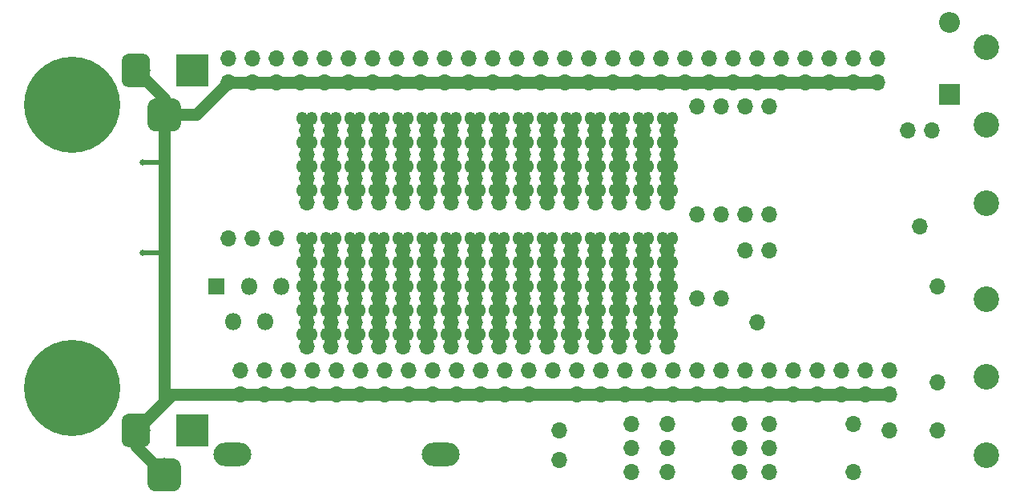
<source format=gbl>
G04 #@! TF.GenerationSoftware,KiCad,Pcbnew,5.0.2+dfsg1-1~bpo9+1*
G04 #@! TF.CreationDate,2020-03-15T22:17:02-04:00*
G04 #@! TF.ProjectId,EDIT_C,45444954-5f43-42e6-9b69-6361645f7063,0.10.a*
G04 #@! TF.SameCoordinates,Original*
G04 #@! TF.FileFunction,Copper,L2,Bot*
G04 #@! TF.FilePolarity,Positive*
%FSLAX46Y46*%
G04 Gerber Fmt 4.6, Leading zero omitted, Abs format (unit mm)*
G04 Created by KiCad (PCBNEW 5.0.2+dfsg1-1~bpo9+1) date Sun 15 Mar 2020 10:17:02 PM EDT*
%MOMM*%
%LPD*%
G01*
G04 APERTURE LIST*
G04 #@! TA.AperFunction,ComponentPad*
%ADD10O,1.700000X1.700000*%
G04 #@! TD*
G04 #@! TA.AperFunction,ComponentPad*
%ADD11C,2.700000*%
G04 #@! TD*
G04 #@! TA.AperFunction,ComponentPad*
%ADD12O,1.200000X1.400000*%
G04 #@! TD*
G04 #@! TA.AperFunction,ComponentPad*
%ADD13R,3.500000X3.500000*%
G04 #@! TD*
G04 #@! TA.AperFunction,Conductor*
%ADD14C,0.150000*%
G04 #@! TD*
G04 #@! TA.AperFunction,ComponentPad*
%ADD15C,3.000000*%
G04 #@! TD*
G04 #@! TA.AperFunction,ComponentPad*
%ADD16C,3.500000*%
G04 #@! TD*
G04 #@! TA.AperFunction,ComponentPad*
%ADD17O,4.000500X2.499360*%
G04 #@! TD*
G04 #@! TA.AperFunction,ComponentPad*
%ADD18O,1.800000X1.800000*%
G04 #@! TD*
G04 #@! TA.AperFunction,ComponentPad*
%ADD19R,1.800000X1.800000*%
G04 #@! TD*
G04 #@! TA.AperFunction,ComponentPad*
%ADD20C,10.160000*%
G04 #@! TD*
G04 #@! TA.AperFunction,ComponentPad*
%ADD21O,2.200000X2.200000*%
G04 #@! TD*
G04 #@! TA.AperFunction,ComponentPad*
%ADD22R,2.200000X2.200000*%
G04 #@! TD*
G04 #@! TA.AperFunction,ViaPad*
%ADD23C,0.635000*%
G04 #@! TD*
G04 #@! TA.AperFunction,Conductor*
%ADD24C,0.406400*%
G04 #@! TD*
G04 #@! TA.AperFunction,Conductor*
%ADD25C,1.270000*%
G04 #@! TD*
G04 #@! TA.AperFunction,Conductor*
%ADD26C,0.508000*%
G04 #@! TD*
G04 APERTURE END LIST*
D10*
G04 #@! TO.P,REF\002A\002A,1*
G04 #@! TO.N,N/C*
X109220000Y-91440000D03*
G04 #@! TD*
G04 #@! TO.P,REF\002A\002A,1*
G04 #@! TO.N,N/C*
X109220000Y-101600000D03*
G04 #@! TD*
G04 #@! TO.P,REF\002A\002A,1*
G04 #@! TO.N,N/C*
X107315000Y-85090000D03*
G04 #@! TD*
G04 #@! TO.P,REF\002A\002A,1*
G04 #@! TO.N,N/C*
X108585000Y-74930000D03*
G04 #@! TD*
G04 #@! TO.P,REF\002A\002A,1*
G04 #@! TO.N,N/C*
X106045000Y-74930000D03*
G04 #@! TD*
G04 #@! TO.P,REF\002A\002A,1*
G04 #@! TO.N,N/C*
X83820000Y-72390000D03*
G04 #@! TD*
G04 #@! TO.P,REF\002A\002A,1*
G04 #@! TO.N,N/C*
X39370000Y-86360000D03*
G04 #@! TD*
G04 #@! TO.P,REF\002A\002A,1*
G04 #@! TO.N,N/C*
X36830000Y-86360000D03*
G04 #@! TD*
G04 #@! TO.P,REF\002A\002A,1*
G04 #@! TO.N,N/C*
X34290000Y-86360000D03*
G04 #@! TD*
G04 #@! TO.P,REF\002A\002A,1*
G04 #@! TO.N,N/C*
X109220000Y-106680000D03*
G04 #@! TD*
G04 #@! TO.P,REF\002A\002A,1*
G04 #@! TO.N,N/C*
X104140000Y-106680000D03*
G04 #@! TD*
G04 #@! TO.P,REF\002A\002A,1*
G04 #@! TO.N,N/C*
X86360000Y-92710000D03*
G04 #@! TD*
G04 #@! TO.P,REF\002A\002A,1*
G04 #@! TO.N,N/C*
X83820000Y-92710000D03*
G04 #@! TD*
G04 #@! TO.P,REF\002A\002A,1*
G04 #@! TO.N,N/C*
X90170000Y-95250000D03*
G04 #@! TD*
G04 #@! TO.P,REF\002A\002A,1*
G04 #@! TO.N,N/C*
X91440000Y-87630000D03*
G04 #@! TD*
G04 #@! TO.P,REF\002A\002A,1*
G04 #@! TO.N,N/C*
X88900000Y-87630000D03*
G04 #@! TD*
D11*
G04 #@! TO.P,J47,3*
G04 #@! TO.N,N/C*
X114380000Y-109290000D03*
G04 #@! TO.P,J47,2*
X114380000Y-101040000D03*
G04 #@! TO.P,J47,1*
X114380000Y-92790000D03*
G04 #@! TD*
D10*
G04 #@! TO.P,REF\002A\002A,1*
G04 #@! TO.N,N/C*
X88900000Y-72390000D03*
G04 #@! TD*
G04 #@! TO.P,REF\002A\002A,1*
G04 #@! TO.N,N/C*
X91440000Y-72390000D03*
G04 #@! TD*
G04 #@! TO.P,REF\002A\002A,1*
G04 #@! TO.N,N/C*
X86360000Y-72390000D03*
G04 #@! TD*
G04 #@! TO.P,REF\002A\002A,1*
G04 #@! TO.N,N/C*
X88900000Y-83820000D03*
G04 #@! TD*
G04 #@! TO.P,REF\002A\002A,1*
G04 #@! TO.N,N/C*
X91440000Y-83820000D03*
G04 #@! TD*
G04 #@! TO.P,REF\002A\002A,1*
G04 #@! TO.N,N/C*
X86360000Y-83820000D03*
G04 #@! TD*
G04 #@! TO.P,REF\002A\002A,1*
G04 #@! TO.N,N/C*
X83820000Y-83820000D03*
G04 #@! TD*
G04 #@! TO.P,REF\002A\002A,1*
G04 #@! TO.N,N/C*
X91440000Y-108585000D03*
G04 #@! TD*
G04 #@! TO.P,REF\002A\002A,1*
G04 #@! TO.N,N/C*
X91440000Y-106045000D03*
G04 #@! TD*
G04 #@! TO.P,REF\002A\002A,1*
G04 #@! TO.N,N/C*
X91440000Y-111125000D03*
G04 #@! TD*
G04 #@! TO.P,REF\002A\002A,1*
G04 #@! TO.N,N/C*
X100330000Y-111125000D03*
G04 #@! TD*
G04 #@! TO.P,REF\002A\002A,1*
G04 #@! TO.N,N/C*
X100330000Y-106045000D03*
G04 #@! TD*
G04 #@! TO.P,REF\002A\002A,1*
G04 #@! TO.N,N/C*
X80645000Y-108585000D03*
G04 #@! TD*
G04 #@! TO.P,REF\002A\002A,1*
G04 #@! TO.N,N/C*
X80645000Y-106045000D03*
G04 #@! TD*
G04 #@! TO.P,REF\002A\002A,1*
G04 #@! TO.N,N/C*
X80645000Y-111125000D03*
G04 #@! TD*
G04 #@! TO.P,REF\002A\002A,1*
G04 #@! TO.N,N/C*
X88265000Y-108585000D03*
G04 #@! TD*
G04 #@! TO.P,REF\002A\002A,1*
G04 #@! TO.N,N/C*
X88265000Y-111125000D03*
G04 #@! TD*
G04 #@! TO.P,REF\002A\002A,1*
G04 #@! TO.N,N/C*
X88265000Y-106045000D03*
G04 #@! TD*
G04 #@! TO.P,REF\002A\002A,1*
G04 #@! TO.N,N/C*
X76835000Y-106045000D03*
G04 #@! TD*
G04 #@! TO.P,REF\002A\002A,1*
G04 #@! TO.N,N/C*
X76835000Y-108585000D03*
G04 #@! TD*
G04 #@! TO.P,REF\002A\002A,1*
G04 #@! TO.N,N/C*
X76835000Y-111125000D03*
G04 #@! TD*
G04 #@! TO.P,REF\002A\002A,1*
G04 #@! TO.N,N/C*
X69215000Y-109855000D03*
G04 #@! TD*
G04 #@! TO.P,REF\002A\002A,1*
G04 #@! TO.N,N/C*
X69215000Y-106680000D03*
G04 #@! TD*
G04 #@! TO.P,REF\002A\002A,1*
G04 #@! TO.N,N/C*
X90170000Y-67310000D03*
G04 #@! TD*
G04 #@! TO.P,REF\002A\002A,1*
G04 #@! TO.N,N/C*
X87630000Y-69850000D03*
G04 #@! TD*
G04 #@! TO.P,REF\002A\002A,1*
G04 #@! TO.N,N/C*
X82550000Y-69850000D03*
G04 #@! TD*
G04 #@! TO.P,REF\002A\002A,1*
G04 #@! TO.N,N/C*
X97790000Y-69850000D03*
G04 #@! TD*
G04 #@! TO.P,REF\002A\002A,1*
G04 #@! TO.N,N/C*
X69850000Y-67310000D03*
G04 #@! TD*
G04 #@! TO.P,REF\002A\002A,1*
G04 #@! TO.N,N/C*
X85090000Y-67310000D03*
G04 #@! TD*
G04 #@! TO.P,REF\002A\002A,1*
G04 #@! TO.N,N/C*
X87630000Y-67310000D03*
G04 #@! TD*
G04 #@! TO.P,REF\002A\002A,1*
G04 #@! TO.N,N/C*
X92710000Y-67310000D03*
G04 #@! TD*
G04 #@! TO.P,REF\002A\002A,1*
G04 #@! TO.N,N/C*
X82550000Y-67310000D03*
G04 #@! TD*
G04 #@! TO.P,REF\002A\002A,1*
G04 #@! TO.N,N/C*
X72390000Y-69850000D03*
G04 #@! TD*
G04 #@! TO.P,REF\002A\002A,1*
G04 #@! TO.N,N/C*
X90170000Y-69850000D03*
G04 #@! TD*
G04 #@! TO.P,REF\002A\002A,1*
G04 #@! TO.N,N/C*
X95250000Y-69850000D03*
G04 #@! TD*
G04 #@! TO.P,REF\002A\002A,1*
G04 #@! TO.N,N/C*
X102870000Y-69850000D03*
G04 #@! TD*
G04 #@! TO.P,REF\002A\002A,1*
G04 #@! TO.N,N/C*
X69850000Y-69850000D03*
G04 #@! TD*
G04 #@! TO.P,REF\002A\002A,1*
G04 #@! TO.N,N/C*
X95250000Y-67310000D03*
G04 #@! TD*
G04 #@! TO.P,REF\002A\002A,1*
G04 #@! TO.N,N/C*
X74930000Y-67310000D03*
G04 #@! TD*
G04 #@! TO.P,REF\002A\002A,1*
G04 #@! TO.N,N/C*
X92710000Y-69850000D03*
G04 #@! TD*
G04 #@! TO.P,REF\002A\002A,1*
G04 #@! TO.N,N/C*
X77470000Y-69850000D03*
G04 #@! TD*
G04 #@! TO.P,REF\002A\002A,1*
G04 #@! TO.N,N/C*
X102870000Y-67310000D03*
G04 #@! TD*
G04 #@! TO.P,REF\002A\002A,1*
G04 #@! TO.N,N/C*
X77470000Y-67310000D03*
G04 #@! TD*
G04 #@! TO.P,REF\002A\002A,1*
G04 #@! TO.N,N/C*
X80010000Y-67310000D03*
G04 #@! TD*
G04 #@! TO.P,REF\002A\002A,1*
G04 #@! TO.N,N/C*
X100330000Y-67310000D03*
G04 #@! TD*
G04 #@! TO.P,REF\002A\002A,1*
G04 #@! TO.N,N/C*
X72390000Y-67310000D03*
G04 #@! TD*
G04 #@! TO.P,REF\002A\002A,1*
G04 #@! TO.N,N/C*
X74930000Y-69850000D03*
G04 #@! TD*
G04 #@! TO.P,REF\002A\002A,1*
G04 #@! TO.N,N/C*
X80010000Y-69850000D03*
G04 #@! TD*
G04 #@! TO.P,REF\002A\002A,1*
G04 #@! TO.N,N/C*
X100330000Y-69850000D03*
G04 #@! TD*
G04 #@! TO.P,REF\002A\002A,1*
G04 #@! TO.N,N/C*
X97790000Y-67310000D03*
G04 #@! TD*
G04 #@! TO.P,REF\002A\002A,1*
G04 #@! TO.N,N/C*
X85090000Y-69850000D03*
G04 #@! TD*
G04 #@! TO.P,REF\002A\002A,1*
G04 #@! TO.N,N/C*
X104140000Y-102870000D03*
G04 #@! TD*
G04 #@! TO.P,REF\002A\002A,1*
G04 #@! TO.N,N/C*
X81280000Y-102870000D03*
G04 #@! TD*
G04 #@! TO.P,REF\002A\002A,1*
G04 #@! TO.N,N/C*
X76200000Y-102870000D03*
G04 #@! TD*
G04 #@! TO.P,REF\002A\002A,1*
G04 #@! TO.N,N/C*
X96520000Y-102870000D03*
G04 #@! TD*
G04 #@! TO.P,REF\002A\002A,1*
G04 #@! TO.N,N/C*
X71120000Y-102870000D03*
G04 #@! TD*
G04 #@! TO.P,REF\002A\002A,1*
G04 #@! TO.N,N/C*
X91440000Y-102870000D03*
G04 #@! TD*
G04 #@! TO.P,REF\002A\002A,1*
G04 #@! TO.N,N/C*
X99060000Y-102870000D03*
G04 #@! TD*
G04 #@! TO.P,REF\002A\002A,1*
G04 #@! TO.N,N/C*
X78740000Y-102870000D03*
G04 #@! TD*
G04 #@! TO.P,REF\002A\002A,1*
G04 #@! TO.N,N/C*
X93980000Y-102870000D03*
G04 #@! TD*
G04 #@! TO.P,REF\002A\002A,1*
G04 #@! TO.N,N/C*
X101600000Y-102870000D03*
G04 #@! TD*
G04 #@! TO.P,REF\002A\002A,1*
G04 #@! TO.N,N/C*
X73660000Y-102870000D03*
G04 #@! TD*
G04 #@! TO.P,REF\002A\002A,1*
G04 #@! TO.N,N/C*
X86360000Y-102870000D03*
G04 #@! TD*
G04 #@! TO.P,REF\002A\002A,1*
G04 #@! TO.N,N/C*
X88900000Y-102870000D03*
G04 #@! TD*
G04 #@! TO.P,REF\002A\002A,1*
G04 #@! TO.N,N/C*
X83820000Y-102870000D03*
G04 #@! TD*
G04 #@! TO.P,REF\002A\002A,1*
G04 #@! TO.N,N/C*
X96520000Y-100330000D03*
G04 #@! TD*
G04 #@! TO.P,REF\002A\002A,1*
G04 #@! TO.N,N/C*
X91440000Y-100330000D03*
G04 #@! TD*
G04 #@! TO.P,REF\002A\002A,1*
G04 #@! TO.N,N/C*
X104140000Y-100330000D03*
G04 #@! TD*
G04 #@! TO.P,REF\002A\002A,1*
G04 #@! TO.N,N/C*
X86360000Y-100330000D03*
G04 #@! TD*
G04 #@! TO.P,REF\002A\002A,1*
G04 #@! TO.N,N/C*
X88900000Y-100330000D03*
G04 #@! TD*
G04 #@! TO.P,REF\002A\002A,1*
G04 #@! TO.N,N/C*
X73660000Y-100330000D03*
G04 #@! TD*
G04 #@! TO.P,REF\002A\002A,1*
G04 #@! TO.N,N/C*
X78740000Y-100330000D03*
G04 #@! TD*
G04 #@! TO.P,REF\002A\002A,1*
G04 #@! TO.N,N/C*
X93980000Y-100330000D03*
G04 #@! TD*
G04 #@! TO.P,REF\002A\002A,1*
G04 #@! TO.N,N/C*
X81280000Y-100330000D03*
G04 #@! TD*
G04 #@! TO.P,REF\002A\002A,1*
G04 #@! TO.N,N/C*
X99060000Y-100330000D03*
G04 #@! TD*
G04 #@! TO.P,REF\002A\002A,1*
G04 #@! TO.N,N/C*
X76200000Y-100330000D03*
G04 #@! TD*
G04 #@! TO.P,REF\002A\002A,1*
G04 #@! TO.N,N/C*
X101600000Y-100330000D03*
G04 #@! TD*
G04 #@! TO.P,REF\002A\002A,1*
G04 #@! TO.N,N/C*
X83820000Y-100330000D03*
G04 #@! TD*
G04 #@! TO.P,REF\002A\002A,1*
G04 #@! TO.N,N/C*
X71120000Y-100330000D03*
G04 #@! TD*
G04 #@! TO.P,REF\002A\002A,1*
G04 #@! TO.N,N/C*
X70485000Y-92710000D03*
G04 #@! TD*
G04 #@! TO.P,REF\002A\002A,1*
G04 #@! TO.N,N/C*
X78105000Y-74930000D03*
G04 #@! TD*
G04 #@! TO.P,REF\002A\002A,1*
G04 #@! TO.N,N/C*
X73025000Y-97790000D03*
G04 #@! TD*
G04 #@! TO.P,REF\002A\002A,1*
G04 #@! TO.N,N/C*
X78105000Y-80010000D03*
G04 #@! TD*
G04 #@! TO.P,REF\002A\002A,1*
G04 #@! TO.N,N/C*
X70485000Y-80010000D03*
G04 #@! TD*
G04 #@! TO.P,REF\002A\002A,1*
G04 #@! TO.N,N/C*
X75565000Y-77470000D03*
G04 #@! TD*
G04 #@! TO.P,REF\002A\002A,1*
G04 #@! TO.N,N/C*
X75565000Y-74930000D03*
G04 #@! TD*
G04 #@! TO.P,REF\002A\002A,1*
G04 #@! TO.N,N/C*
X67945000Y-82550000D03*
G04 #@! TD*
G04 #@! TO.P,REF\002A\002A,1*
G04 #@! TO.N,N/C*
X65405000Y-82550000D03*
G04 #@! TD*
G04 #@! TO.P,REF\002A\002A,1*
G04 #@! TO.N,N/C*
X67945000Y-80010000D03*
G04 #@! TD*
G04 #@! TO.P,REF\002A\002A,1*
G04 #@! TO.N,N/C*
X67945000Y-77470000D03*
G04 #@! TD*
G04 #@! TO.P,REF\002A\002A,1*
G04 #@! TO.N,N/C*
X65405000Y-77470000D03*
G04 #@! TD*
D12*
G04 #@! TO.P,P?,8*
G04 #@! TO.N,N/C*
X81180000Y-78740000D03*
G04 #@! TO.P,P?,7*
X80110000Y-78740000D03*
G04 #@! TO.P,P?,6*
X78640000Y-78740000D03*
G04 #@! TO.P,P?,5*
X77570000Y-78740000D03*
G04 #@! TO.P,P?,4*
X76100000Y-78740000D03*
G04 #@! TO.P,P?,3*
X75030000Y-78740000D03*
G04 #@! TO.P,P?,2*
X73560000Y-78740000D03*
G04 #@! TO.P,P?,1*
X72490000Y-78740000D03*
G04 #@! TD*
D10*
G04 #@! TO.P,REF\002A\002A,1*
G04 #@! TO.N,N/C*
X73025000Y-95250000D03*
G04 #@! TD*
G04 #@! TO.P,REF\002A\002A,1*
G04 #@! TO.N,N/C*
X80645000Y-77470000D03*
G04 #@! TD*
G04 #@! TO.P,REF\002A\002A,1*
G04 #@! TO.N,N/C*
X62865000Y-80010000D03*
G04 #@! TD*
G04 #@! TO.P,REF\002A\002A,1*
G04 #@! TO.N,N/C*
X80645000Y-80010000D03*
G04 #@! TD*
D12*
G04 #@! TO.P,P?,8*
G04 #@! TO.N,N/C*
X81180000Y-73660000D03*
G04 #@! TO.P,P?,7*
X80110000Y-73660000D03*
G04 #@! TO.P,P?,6*
X78640000Y-73660000D03*
G04 #@! TO.P,P?,5*
X77570000Y-73660000D03*
G04 #@! TO.P,P?,4*
X76100000Y-73660000D03*
G04 #@! TO.P,P?,3*
X75030000Y-73660000D03*
G04 #@! TO.P,P?,2*
X73560000Y-73660000D03*
G04 #@! TO.P,P?,1*
X72490000Y-73660000D03*
G04 #@! TD*
G04 #@! TO.P,P?,8*
G04 #@! TO.N,N/C*
X81180000Y-81280000D03*
G04 #@! TO.P,P?,7*
X80110000Y-81280000D03*
G04 #@! TO.P,P?,6*
X78640000Y-81280000D03*
G04 #@! TO.P,P?,5*
X77570000Y-81280000D03*
G04 #@! TO.P,P?,4*
X76100000Y-81280000D03*
G04 #@! TO.P,P?,3*
X75030000Y-81280000D03*
G04 #@! TO.P,P?,2*
X73560000Y-81280000D03*
G04 #@! TO.P,P?,1*
X72490000Y-81280000D03*
G04 #@! TD*
D10*
G04 #@! TO.P,REF\002A\002A,1*
G04 #@! TO.N,N/C*
X62865000Y-82550000D03*
G04 #@! TD*
G04 #@! TO.P,REF\002A\002A,1*
G04 #@! TO.N,N/C*
X62865000Y-74930000D03*
G04 #@! TD*
G04 #@! TO.P,REF\002A\002A,1*
G04 #@! TO.N,N/C*
X78105000Y-97790000D03*
G04 #@! TD*
G04 #@! TO.P,REF\002A\002A,1*
G04 #@! TO.N,N/C*
X65405000Y-90170000D03*
G04 #@! TD*
G04 #@! TO.P,REF\002A\002A,1*
G04 #@! TO.N,N/C*
X67945000Y-74930000D03*
G04 #@! TD*
G04 #@! TO.P,REF\002A\002A,1*
G04 #@! TO.N,N/C*
X75565000Y-82550000D03*
G04 #@! TD*
G04 #@! TO.P,REF\002A\002A,1*
G04 #@! TO.N,N/C*
X78105000Y-90170000D03*
G04 #@! TD*
G04 #@! TO.P,REF\002A\002A,1*
G04 #@! TO.N,N/C*
X65405000Y-97790000D03*
G04 #@! TD*
G04 #@! TO.P,REF\002A\002A,1*
G04 #@! TO.N,N/C*
X62865000Y-87630000D03*
G04 #@! TD*
G04 #@! TO.P,REF\002A\002A,1*
G04 #@! TO.N,N/C*
X62865000Y-90170000D03*
G04 #@! TD*
G04 #@! TO.P,REF\002A\002A,1*
G04 #@! TO.N,N/C*
X67945000Y-95250000D03*
G04 #@! TD*
G04 #@! TO.P,REF\002A\002A,1*
G04 #@! TO.N,N/C*
X67945000Y-92710000D03*
G04 #@! TD*
G04 #@! TO.P,REF\002A\002A,1*
G04 #@! TO.N,N/C*
X70485000Y-97790000D03*
G04 #@! TD*
G04 #@! TO.P,REF\002A\002A,1*
G04 #@! TO.N,N/C*
X70485000Y-90170000D03*
G04 #@! TD*
G04 #@! TO.P,REF\002A\002A,1*
G04 #@! TO.N,N/C*
X78105000Y-92710000D03*
G04 #@! TD*
G04 #@! TO.P,REF\002A\002A,1*
G04 #@! TO.N,N/C*
X70485000Y-74930000D03*
G04 #@! TD*
G04 #@! TO.P,REF\002A\002A,1*
G04 #@! TO.N,N/C*
X78105000Y-77470000D03*
G04 #@! TD*
D12*
G04 #@! TO.P,P?,1*
G04 #@! TO.N,N/C*
X62330000Y-73660000D03*
G04 #@! TO.P,P?,2*
X63400000Y-73660000D03*
G04 #@! TO.P,P?,3*
X64870000Y-73660000D03*
G04 #@! TO.P,P?,4*
X65940000Y-73660000D03*
G04 #@! TO.P,P?,5*
X67410000Y-73660000D03*
G04 #@! TO.P,P?,6*
X68480000Y-73660000D03*
G04 #@! TO.P,P?,7*
X69950000Y-73660000D03*
G04 #@! TO.P,P?,8*
X71020000Y-73660000D03*
G04 #@! TD*
G04 #@! TO.P,P?,1*
G04 #@! TO.N,N/C*
X62330000Y-81280000D03*
G04 #@! TO.P,P?,2*
X63400000Y-81280000D03*
G04 #@! TO.P,P?,3*
X64870000Y-81280000D03*
G04 #@! TO.P,P?,4*
X65940000Y-81280000D03*
G04 #@! TO.P,P?,5*
X67410000Y-81280000D03*
G04 #@! TO.P,P?,6*
X68480000Y-81280000D03*
G04 #@! TO.P,P?,7*
X69950000Y-81280000D03*
G04 #@! TO.P,P?,8*
X71020000Y-81280000D03*
G04 #@! TD*
D10*
G04 #@! TO.P,REF\002A\002A,1*
G04 #@! TO.N,N/C*
X75565000Y-92710000D03*
G04 #@! TD*
G04 #@! TO.P,REF\002A\002A,1*
G04 #@! TO.N,N/C*
X75565000Y-90170000D03*
G04 #@! TD*
G04 #@! TO.P,REF\002A\002A,1*
G04 #@! TO.N,N/C*
X70485000Y-77470000D03*
G04 #@! TD*
G04 #@! TO.P,REF\002A\002A,1*
G04 #@! TO.N,N/C*
X73025000Y-82550000D03*
G04 #@! TD*
G04 #@! TO.P,REF\002A\002A,1*
G04 #@! TO.N,N/C*
X70485000Y-95250000D03*
G04 #@! TD*
G04 #@! TO.P,REF\002A\002A,1*
G04 #@! TO.N,N/C*
X80645000Y-82550000D03*
G04 #@! TD*
G04 #@! TO.P,REF\002A\002A,1*
G04 #@! TO.N,N/C*
X80645000Y-74930000D03*
G04 #@! TD*
G04 #@! TO.P,REF\002A\002A,1*
G04 #@! TO.N,N/C*
X62865000Y-95250000D03*
G04 #@! TD*
D12*
G04 #@! TO.P,P?,1*
G04 #@! TO.N,N/C*
X62330000Y-76200000D03*
G04 #@! TO.P,P?,2*
X63400000Y-76200000D03*
G04 #@! TO.P,P?,3*
X64870000Y-76200000D03*
G04 #@! TO.P,P?,4*
X65940000Y-76200000D03*
G04 #@! TO.P,P?,5*
X67410000Y-76200000D03*
G04 #@! TO.P,P?,6*
X68480000Y-76200000D03*
G04 #@! TO.P,P?,7*
X69950000Y-76200000D03*
G04 #@! TO.P,P?,8*
X71020000Y-76200000D03*
G04 #@! TD*
D10*
G04 #@! TO.P,REF\002A\002A,1*
G04 #@! TO.N,N/C*
X62865000Y-92710000D03*
G04 #@! TD*
G04 #@! TO.P,REF\002A\002A,1*
G04 #@! TO.N,N/C*
X73025000Y-80010000D03*
G04 #@! TD*
D12*
G04 #@! TO.P,P?,1*
G04 #@! TO.N,N/C*
X72490000Y-86360000D03*
G04 #@! TO.P,P?,2*
X73560000Y-86360000D03*
G04 #@! TO.P,P?,3*
X75030000Y-86360000D03*
G04 #@! TO.P,P?,4*
X76100000Y-86360000D03*
G04 #@! TO.P,P?,5*
X77570000Y-86360000D03*
G04 #@! TO.P,P?,6*
X78640000Y-86360000D03*
G04 #@! TO.P,P?,7*
X80110000Y-86360000D03*
G04 #@! TO.P,P?,8*
X81180000Y-86360000D03*
G04 #@! TD*
D10*
G04 #@! TO.P,REF\002A\002A,1*
G04 #@! TO.N,N/C*
X75565000Y-95250000D03*
G04 #@! TD*
G04 #@! TO.P,REF\002A\002A,1*
G04 #@! TO.N,N/C*
X80645000Y-97790000D03*
G04 #@! TD*
G04 #@! TO.P,REF\002A\002A,1*
G04 #@! TO.N,N/C*
X80645000Y-90170000D03*
G04 #@! TD*
D12*
G04 #@! TO.P,P?,1*
G04 #@! TO.N,N/C*
X62330000Y-78740000D03*
G04 #@! TO.P,P?,2*
X63400000Y-78740000D03*
G04 #@! TO.P,P?,3*
X64870000Y-78740000D03*
G04 #@! TO.P,P?,4*
X65940000Y-78740000D03*
G04 #@! TO.P,P?,5*
X67410000Y-78740000D03*
G04 #@! TO.P,P?,6*
X68480000Y-78740000D03*
G04 #@! TO.P,P?,7*
X69950000Y-78740000D03*
G04 #@! TO.P,P?,8*
X71020000Y-78740000D03*
G04 #@! TD*
D10*
G04 #@! TO.P,REF\002A\002A,1*
G04 #@! TO.N,N/C*
X80645000Y-95250000D03*
G04 #@! TD*
G04 #@! TO.P,REF\002A\002A,1*
G04 #@! TO.N,N/C*
X73025000Y-92710000D03*
G04 #@! TD*
D12*
G04 #@! TO.P,P?,1*
G04 #@! TO.N,N/C*
X72490000Y-91440000D03*
G04 #@! TO.P,P?,2*
X73560000Y-91440000D03*
G04 #@! TO.P,P?,3*
X75030000Y-91440000D03*
G04 #@! TO.P,P?,4*
X76100000Y-91440000D03*
G04 #@! TO.P,P?,5*
X77570000Y-91440000D03*
G04 #@! TO.P,P?,6*
X78640000Y-91440000D03*
G04 #@! TO.P,P?,7*
X80110000Y-91440000D03*
G04 #@! TO.P,P?,8*
X81180000Y-91440000D03*
G04 #@! TD*
D10*
G04 #@! TO.P,REF\002A\002A,1*
G04 #@! TO.N,N/C*
X62865000Y-77470000D03*
G04 #@! TD*
G04 #@! TO.P,REF\002A\002A,1*
G04 #@! TO.N,N/C*
X75565000Y-97790000D03*
G04 #@! TD*
G04 #@! TO.P,REF\002A\002A,1*
G04 #@! TO.N,N/C*
X78105000Y-95250000D03*
G04 #@! TD*
G04 #@! TO.P,REF\002A\002A,1*
G04 #@! TO.N,N/C*
X78105000Y-87630000D03*
G04 #@! TD*
D12*
G04 #@! TO.P,P?,1*
G04 #@! TO.N,N/C*
X72490000Y-88900000D03*
G04 #@! TO.P,P?,2*
X73560000Y-88900000D03*
G04 #@! TO.P,P?,3*
X75030000Y-88900000D03*
G04 #@! TO.P,P?,4*
X76100000Y-88900000D03*
G04 #@! TO.P,P?,5*
X77570000Y-88900000D03*
G04 #@! TO.P,P?,6*
X78640000Y-88900000D03*
G04 #@! TO.P,P?,7*
X80110000Y-88900000D03*
G04 #@! TO.P,P?,8*
X81180000Y-88900000D03*
G04 #@! TD*
G04 #@! TO.P,P?,1*
G04 #@! TO.N,N/C*
X72490000Y-96520000D03*
G04 #@! TO.P,P?,2*
X73560000Y-96520000D03*
G04 #@! TO.P,P?,3*
X75030000Y-96520000D03*
G04 #@! TO.P,P?,4*
X76100000Y-96520000D03*
G04 #@! TO.P,P?,5*
X77570000Y-96520000D03*
G04 #@! TO.P,P?,6*
X78640000Y-96520000D03*
G04 #@! TO.P,P?,7*
X80110000Y-96520000D03*
G04 #@! TO.P,P?,8*
X81180000Y-96520000D03*
G04 #@! TD*
D10*
G04 #@! TO.P,REF\002A\002A,1*
G04 #@! TO.N,N/C*
X65405000Y-95250000D03*
G04 #@! TD*
G04 #@! TO.P,REF\002A\002A,1*
G04 #@! TO.N,N/C*
X65405000Y-92710000D03*
G04 #@! TD*
G04 #@! TO.P,REF\002A\002A,1*
G04 #@! TO.N,N/C*
X73025000Y-77470000D03*
G04 #@! TD*
D12*
G04 #@! TO.P,P?,8*
G04 #@! TO.N,N/C*
X81180000Y-76200000D03*
G04 #@! TO.P,P?,7*
X80110000Y-76200000D03*
G04 #@! TO.P,P?,6*
X78640000Y-76200000D03*
G04 #@! TO.P,P?,5*
X77570000Y-76200000D03*
G04 #@! TO.P,P?,4*
X76100000Y-76200000D03*
G04 #@! TO.P,P?,3*
X75030000Y-76200000D03*
G04 #@! TO.P,P?,2*
X73560000Y-76200000D03*
G04 #@! TO.P,P?,1*
X72490000Y-76200000D03*
G04 #@! TD*
G04 #@! TO.P,P?,1*
G04 #@! TO.N,N/C*
X72490000Y-93980000D03*
G04 #@! TO.P,P?,2*
X73560000Y-93980000D03*
G04 #@! TO.P,P?,3*
X75030000Y-93980000D03*
G04 #@! TO.P,P?,4*
X76100000Y-93980000D03*
G04 #@! TO.P,P?,5*
X77570000Y-93980000D03*
G04 #@! TO.P,P?,6*
X78640000Y-93980000D03*
G04 #@! TO.P,P?,7*
X80110000Y-93980000D03*
G04 #@! TO.P,P?,8*
X81180000Y-93980000D03*
G04 #@! TD*
D10*
G04 #@! TO.P,REF\002A\002A,1*
G04 #@! TO.N,N/C*
X67945000Y-97790000D03*
G04 #@! TD*
G04 #@! TO.P,REF\002A\002A,1*
G04 #@! TO.N,N/C*
X78105000Y-82550000D03*
G04 #@! TD*
G04 #@! TO.P,REF\002A\002A,1*
G04 #@! TO.N,N/C*
X65405000Y-74930000D03*
G04 #@! TD*
G04 #@! TO.P,REF\002A\002A,1*
G04 #@! TO.N,N/C*
X62865000Y-97790000D03*
G04 #@! TD*
G04 #@! TO.P,REF\002A\002A,1*
G04 #@! TO.N,N/C*
X65405000Y-80010000D03*
G04 #@! TD*
G04 #@! TO.P,REF\002A\002A,1*
G04 #@! TO.N,N/C*
X67945000Y-90170000D03*
G04 #@! TD*
G04 #@! TO.P,REF\002A\002A,1*
G04 #@! TO.N,N/C*
X75565000Y-80010000D03*
G04 #@! TD*
G04 #@! TO.P,REF\002A\002A,1*
G04 #@! TO.N,N/C*
X67945000Y-87630000D03*
G04 #@! TD*
G04 #@! TO.P,REF\002A\002A,1*
G04 #@! TO.N,N/C*
X73025000Y-90170000D03*
G04 #@! TD*
G04 #@! TO.P,REF\002A\002A,1*
G04 #@! TO.N,N/C*
X80645000Y-92710000D03*
G04 #@! TD*
G04 #@! TO.P,REF\002A\002A,1*
G04 #@! TO.N,N/C*
X75565000Y-87630000D03*
G04 #@! TD*
G04 #@! TO.P,REF\002A\002A,1*
G04 #@! TO.N,N/C*
X80645000Y-87630000D03*
G04 #@! TD*
D12*
G04 #@! TO.P,P?,8*
G04 #@! TO.N,N/C*
X71020000Y-88900000D03*
G04 #@! TO.P,P?,7*
X69950000Y-88900000D03*
G04 #@! TO.P,P?,6*
X68480000Y-88900000D03*
G04 #@! TO.P,P?,5*
X67410000Y-88900000D03*
G04 #@! TO.P,P?,4*
X65940000Y-88900000D03*
G04 #@! TO.P,P?,3*
X64870000Y-88900000D03*
G04 #@! TO.P,P?,2*
X63400000Y-88900000D03*
G04 #@! TO.P,P?,1*
X62330000Y-88900000D03*
G04 #@! TD*
G04 #@! TO.P,P?,8*
G04 #@! TO.N,N/C*
X71020000Y-96520000D03*
G04 #@! TO.P,P?,7*
X69950000Y-96520000D03*
G04 #@! TO.P,P?,6*
X68480000Y-96520000D03*
G04 #@! TO.P,P?,5*
X67410000Y-96520000D03*
G04 #@! TO.P,P?,4*
X65940000Y-96520000D03*
G04 #@! TO.P,P?,3*
X64870000Y-96520000D03*
G04 #@! TO.P,P?,2*
X63400000Y-96520000D03*
G04 #@! TO.P,P?,1*
X62330000Y-96520000D03*
G04 #@! TD*
G04 #@! TO.P,P?,8*
G04 #@! TO.N,N/C*
X71020000Y-86360000D03*
G04 #@! TO.P,P?,7*
X69950000Y-86360000D03*
G04 #@! TO.P,P?,6*
X68480000Y-86360000D03*
G04 #@! TO.P,P?,5*
X67410000Y-86360000D03*
G04 #@! TO.P,P?,4*
X65940000Y-86360000D03*
G04 #@! TO.P,P?,3*
X64870000Y-86360000D03*
G04 #@! TO.P,P?,2*
X63400000Y-86360000D03*
G04 #@! TO.P,P?,1*
X62330000Y-86360000D03*
G04 #@! TD*
G04 #@! TO.P,P?,8*
G04 #@! TO.N,N/C*
X71020000Y-93980000D03*
G04 #@! TO.P,P?,7*
X69950000Y-93980000D03*
G04 #@! TO.P,P?,6*
X68480000Y-93980000D03*
G04 #@! TO.P,P?,5*
X67410000Y-93980000D03*
G04 #@! TO.P,P?,4*
X65940000Y-93980000D03*
G04 #@! TO.P,P?,3*
X64870000Y-93980000D03*
G04 #@! TO.P,P?,2*
X63400000Y-93980000D03*
G04 #@! TO.P,P?,1*
X62330000Y-93980000D03*
G04 #@! TD*
D10*
G04 #@! TO.P,REF\002A\002A,1*
G04 #@! TO.N,N/C*
X70485000Y-82550000D03*
G04 #@! TD*
G04 #@! TO.P,REF\002A\002A,1*
G04 #@! TO.N,N/C*
X73025000Y-74930000D03*
G04 #@! TD*
G04 #@! TO.P,REF\002A\002A,1*
G04 #@! TO.N,N/C*
X73025000Y-87630000D03*
G04 #@! TD*
D12*
G04 #@! TO.P,P?,8*
G04 #@! TO.N,N/C*
X71020000Y-91440000D03*
G04 #@! TO.P,P?,7*
X69950000Y-91440000D03*
G04 #@! TO.P,P?,6*
X68480000Y-91440000D03*
G04 #@! TO.P,P?,5*
X67410000Y-91440000D03*
G04 #@! TO.P,P?,4*
X65940000Y-91440000D03*
G04 #@! TO.P,P?,3*
X64870000Y-91440000D03*
G04 #@! TO.P,P?,2*
X63400000Y-91440000D03*
G04 #@! TO.P,P?,1*
X62330000Y-91440000D03*
G04 #@! TD*
D10*
G04 #@! TO.P,REF\002A\002A,1*
G04 #@! TO.N,N/C*
X65405000Y-87630000D03*
G04 #@! TD*
G04 #@! TO.P,REF\002A\002A,1*
G04 #@! TO.N,N/C*
X70485000Y-87630000D03*
G04 #@! TD*
G04 #@! TO.P,REF\002A\002A,1*
G04 #@! TO.N,N/C*
X50165000Y-77470000D03*
G04 #@! TD*
G04 #@! TO.P,REF\002A\002A,1*
G04 #@! TO.N,N/C*
X52705000Y-82550000D03*
G04 #@! TD*
G04 #@! TO.P,REF\002A\002A,1*
G04 #@! TO.N,N/C*
X52705000Y-80010000D03*
G04 #@! TD*
G04 #@! TO.P,REF\002A\002A,1*
G04 #@! TO.N,N/C*
X57785000Y-82550000D03*
G04 #@! TD*
G04 #@! TO.P,REF\002A\002A,1*
G04 #@! TO.N,N/C*
X45085000Y-74930000D03*
G04 #@! TD*
G04 #@! TO.P,REF\002A\002A,1*
G04 #@! TO.N,N/C*
X57785000Y-74930000D03*
G04 #@! TD*
G04 #@! TO.P,REF\002A\002A,1*
G04 #@! TO.N,N/C*
X45085000Y-82550000D03*
G04 #@! TD*
G04 #@! TO.P,REF\002A\002A,1*
G04 #@! TO.N,N/C*
X42545000Y-74930000D03*
G04 #@! TD*
G04 #@! TO.P,REF\002A\002A,1*
G04 #@! TO.N,N/C*
X47625000Y-80010000D03*
G04 #@! TD*
G04 #@! TO.P,REF\002A\002A,1*
G04 #@! TO.N,N/C*
X47625000Y-77470000D03*
G04 #@! TD*
G04 #@! TO.P,REF\002A\002A,1*
G04 #@! TO.N,N/C*
X50165000Y-82550000D03*
G04 #@! TD*
G04 #@! TO.P,REF\002A\002A,1*
G04 #@! TO.N,N/C*
X50165000Y-74930000D03*
G04 #@! TD*
G04 #@! TO.P,REF\002A\002A,1*
G04 #@! TO.N,N/C*
X57785000Y-77470000D03*
G04 #@! TD*
G04 #@! TO.P,REF\002A\002A,1*
G04 #@! TO.N,N/C*
X55245000Y-77470000D03*
G04 #@! TD*
G04 #@! TO.P,REF\002A\002A,1*
G04 #@! TO.N,N/C*
X55245000Y-74930000D03*
G04 #@! TD*
G04 #@! TO.P,REF\002A\002A,1*
G04 #@! TO.N,N/C*
X50165000Y-80010000D03*
G04 #@! TD*
G04 #@! TO.P,REF\002A\002A,1*
G04 #@! TO.N,N/C*
X42545000Y-80010000D03*
G04 #@! TD*
G04 #@! TO.P,REF\002A\002A,1*
G04 #@! TO.N,N/C*
X42545000Y-77470000D03*
G04 #@! TD*
G04 #@! TO.P,REF\002A\002A,1*
G04 #@! TO.N,N/C*
X55245000Y-80010000D03*
G04 #@! TD*
G04 #@! TO.P,REF\002A\002A,1*
G04 #@! TO.N,N/C*
X60325000Y-82550000D03*
G04 #@! TD*
G04 #@! TO.P,REF\002A\002A,1*
G04 #@! TO.N,N/C*
X60325000Y-74930000D03*
G04 #@! TD*
G04 #@! TO.P,REF\002A\002A,1*
G04 #@! TO.N,N/C*
X60325000Y-80010000D03*
G04 #@! TD*
G04 #@! TO.P,REF\002A\002A,1*
G04 #@! TO.N,N/C*
X52705000Y-77470000D03*
G04 #@! TD*
D12*
G04 #@! TO.P,P?,1*
G04 #@! TO.N,N/C*
X52170000Y-76200000D03*
G04 #@! TO.P,P?,2*
X53240000Y-76200000D03*
G04 #@! TO.P,P?,3*
X54710000Y-76200000D03*
G04 #@! TO.P,P?,4*
X55780000Y-76200000D03*
G04 #@! TO.P,P?,5*
X57250000Y-76200000D03*
G04 #@! TO.P,P?,6*
X58320000Y-76200000D03*
G04 #@! TO.P,P?,7*
X59790000Y-76200000D03*
G04 #@! TO.P,P?,8*
X60860000Y-76200000D03*
G04 #@! TD*
D10*
G04 #@! TO.P,REF\002A\002A,1*
G04 #@! TO.N,N/C*
X55245000Y-82550000D03*
G04 #@! TD*
G04 #@! TO.P,REF\002A\002A,1*
G04 #@! TO.N,N/C*
X57785000Y-80010000D03*
G04 #@! TD*
D12*
G04 #@! TO.P,P?,1*
G04 #@! TO.N,N/C*
X52170000Y-73660000D03*
G04 #@! TO.P,P?,2*
X53240000Y-73660000D03*
G04 #@! TO.P,P?,3*
X54710000Y-73660000D03*
G04 #@! TO.P,P?,4*
X55780000Y-73660000D03*
G04 #@! TO.P,P?,5*
X57250000Y-73660000D03*
G04 #@! TO.P,P?,6*
X58320000Y-73660000D03*
G04 #@! TO.P,P?,7*
X59790000Y-73660000D03*
G04 #@! TO.P,P?,8*
X60860000Y-73660000D03*
G04 #@! TD*
G04 #@! TO.P,P?,1*
G04 #@! TO.N,N/C*
X52170000Y-81280000D03*
G04 #@! TO.P,P?,2*
X53240000Y-81280000D03*
G04 #@! TO.P,P?,3*
X54710000Y-81280000D03*
G04 #@! TO.P,P?,4*
X55780000Y-81280000D03*
G04 #@! TO.P,P?,5*
X57250000Y-81280000D03*
G04 #@! TO.P,P?,6*
X58320000Y-81280000D03*
G04 #@! TO.P,P?,7*
X59790000Y-81280000D03*
G04 #@! TO.P,P?,8*
X60860000Y-81280000D03*
G04 #@! TD*
D10*
G04 #@! TO.P,REF\002A\002A,1*
G04 #@! TO.N,N/C*
X45085000Y-80010000D03*
G04 #@! TD*
G04 #@! TO.P,REF\002A\002A,1*
G04 #@! TO.N,N/C*
X45085000Y-77470000D03*
G04 #@! TD*
D12*
G04 #@! TO.P,P?,1*
G04 #@! TO.N,N/C*
X52170000Y-78740000D03*
G04 #@! TO.P,P?,2*
X53240000Y-78740000D03*
G04 #@! TO.P,P?,3*
X54710000Y-78740000D03*
G04 #@! TO.P,P?,4*
X55780000Y-78740000D03*
G04 #@! TO.P,P?,5*
X57250000Y-78740000D03*
G04 #@! TO.P,P?,6*
X58320000Y-78740000D03*
G04 #@! TO.P,P?,7*
X59790000Y-78740000D03*
G04 #@! TO.P,P?,8*
X60860000Y-78740000D03*
G04 #@! TD*
D10*
G04 #@! TO.P,REF\002A\002A,1*
G04 #@! TO.N,N/C*
X47625000Y-82550000D03*
G04 #@! TD*
G04 #@! TO.P,REF\002A\002A,1*
G04 #@! TO.N,N/C*
X42545000Y-82550000D03*
G04 #@! TD*
G04 #@! TO.P,REF\002A\002A,1*
G04 #@! TO.N,N/C*
X47625000Y-74930000D03*
G04 #@! TD*
G04 #@! TO.P,REF\002A\002A,1*
G04 #@! TO.N,N/C*
X52705000Y-74930000D03*
G04 #@! TD*
G04 #@! TO.P,REF\002A\002A,1*
G04 #@! TO.N,N/C*
X60325000Y-77470000D03*
G04 #@! TD*
D12*
G04 #@! TO.P,P?,8*
G04 #@! TO.N,N/C*
X50700000Y-73660000D03*
G04 #@! TO.P,P?,7*
X49630000Y-73660000D03*
G04 #@! TO.P,P?,6*
X48160000Y-73660000D03*
G04 #@! TO.P,P?,5*
X47090000Y-73660000D03*
G04 #@! TO.P,P?,4*
X45620000Y-73660000D03*
G04 #@! TO.P,P?,3*
X44550000Y-73660000D03*
G04 #@! TO.P,P?,2*
X43080000Y-73660000D03*
G04 #@! TO.P,P?,1*
X42010000Y-73660000D03*
G04 #@! TD*
G04 #@! TO.P,P?,8*
G04 #@! TO.N,N/C*
X50700000Y-81280000D03*
G04 #@! TO.P,P?,7*
X49630000Y-81280000D03*
G04 #@! TO.P,P?,6*
X48160000Y-81280000D03*
G04 #@! TO.P,P?,5*
X47090000Y-81280000D03*
G04 #@! TO.P,P?,4*
X45620000Y-81280000D03*
G04 #@! TO.P,P?,3*
X44550000Y-81280000D03*
G04 #@! TO.P,P?,2*
X43080000Y-81280000D03*
G04 #@! TO.P,P?,1*
X42010000Y-81280000D03*
G04 #@! TD*
G04 #@! TO.P,P?,8*
G04 #@! TO.N,N/C*
X50700000Y-78740000D03*
G04 #@! TO.P,P?,7*
X49630000Y-78740000D03*
G04 #@! TO.P,P?,6*
X48160000Y-78740000D03*
G04 #@! TO.P,P?,5*
X47090000Y-78740000D03*
G04 #@! TO.P,P?,4*
X45620000Y-78740000D03*
G04 #@! TO.P,P?,3*
X44550000Y-78740000D03*
G04 #@! TO.P,P?,2*
X43080000Y-78740000D03*
G04 #@! TO.P,P?,1*
X42010000Y-78740000D03*
G04 #@! TD*
G04 #@! TO.P,P?,8*
G04 #@! TO.N,N/C*
X50700000Y-76200000D03*
G04 #@! TO.P,P?,7*
X49630000Y-76200000D03*
G04 #@! TO.P,P?,6*
X48160000Y-76200000D03*
G04 #@! TO.P,P?,5*
X47090000Y-76200000D03*
G04 #@! TO.P,P?,4*
X45620000Y-76200000D03*
G04 #@! TO.P,P?,3*
X44550000Y-76200000D03*
G04 #@! TO.P,P?,2*
X43080000Y-76200000D03*
G04 #@! TO.P,P?,1*
X42010000Y-76200000D03*
G04 #@! TD*
D10*
G04 #@! TO.P,REF\002A\002A,1*
G04 #@! TO.N,N/C*
X60325000Y-92710000D03*
G04 #@! TD*
G04 #@! TO.P,REF\002A\002A,1*
G04 #@! TO.N,N/C*
X55245000Y-90170000D03*
G04 #@! TD*
G04 #@! TO.P,REF\002A\002A,1*
G04 #@! TO.N,N/C*
X55245000Y-97790000D03*
G04 #@! TD*
G04 #@! TO.P,REF\002A\002A,1*
G04 #@! TO.N,N/C*
X52705000Y-87630000D03*
G04 #@! TD*
G04 #@! TO.P,REF\002A\002A,1*
G04 #@! TO.N,N/C*
X52705000Y-90170000D03*
G04 #@! TD*
G04 #@! TO.P,REF\002A\002A,1*
G04 #@! TO.N,N/C*
X57785000Y-95250000D03*
G04 #@! TD*
G04 #@! TO.P,REF\002A\002A,1*
G04 #@! TO.N,N/C*
X57785000Y-92710000D03*
G04 #@! TD*
G04 #@! TO.P,REF\002A\002A,1*
G04 #@! TO.N,N/C*
X60325000Y-97790000D03*
G04 #@! TD*
G04 #@! TO.P,REF\002A\002A,1*
G04 #@! TO.N,N/C*
X60325000Y-90170000D03*
G04 #@! TD*
G04 #@! TO.P,REF\002A\002A,1*
G04 #@! TO.N,N/C*
X60325000Y-95250000D03*
G04 #@! TD*
G04 #@! TO.P,REF\002A\002A,1*
G04 #@! TO.N,N/C*
X52705000Y-95250000D03*
G04 #@! TD*
G04 #@! TO.P,REF\002A\002A,1*
G04 #@! TO.N,N/C*
X52705000Y-92710000D03*
G04 #@! TD*
G04 #@! TO.P,REF\002A\002A,1*
G04 #@! TO.N,N/C*
X55245000Y-95250000D03*
G04 #@! TD*
G04 #@! TO.P,REF\002A\002A,1*
G04 #@! TO.N,N/C*
X55245000Y-92710000D03*
G04 #@! TD*
G04 #@! TO.P,REF\002A\002A,1*
G04 #@! TO.N,N/C*
X57785000Y-97790000D03*
G04 #@! TD*
G04 #@! TO.P,REF\002A\002A,1*
G04 #@! TO.N,N/C*
X52705000Y-97790000D03*
G04 #@! TD*
G04 #@! TO.P,REF\002A\002A,1*
G04 #@! TO.N,N/C*
X57785000Y-90170000D03*
G04 #@! TD*
G04 #@! TO.P,REF\002A\002A,1*
G04 #@! TO.N,N/C*
X57785000Y-87630000D03*
G04 #@! TD*
D12*
G04 #@! TO.P,P?,8*
G04 #@! TO.N,N/C*
X60860000Y-88900000D03*
G04 #@! TO.P,P?,7*
X59790000Y-88900000D03*
G04 #@! TO.P,P?,6*
X58320000Y-88900000D03*
G04 #@! TO.P,P?,5*
X57250000Y-88900000D03*
G04 #@! TO.P,P?,4*
X55780000Y-88900000D03*
G04 #@! TO.P,P?,3*
X54710000Y-88900000D03*
G04 #@! TO.P,P?,2*
X53240000Y-88900000D03*
G04 #@! TO.P,P?,1*
X52170000Y-88900000D03*
G04 #@! TD*
G04 #@! TO.P,P?,8*
G04 #@! TO.N,N/C*
X60860000Y-96520000D03*
G04 #@! TO.P,P?,7*
X59790000Y-96520000D03*
G04 #@! TO.P,P?,6*
X58320000Y-96520000D03*
G04 #@! TO.P,P?,5*
X57250000Y-96520000D03*
G04 #@! TO.P,P?,4*
X55780000Y-96520000D03*
G04 #@! TO.P,P?,3*
X54710000Y-96520000D03*
G04 #@! TO.P,P?,2*
X53240000Y-96520000D03*
G04 #@! TO.P,P?,1*
X52170000Y-96520000D03*
G04 #@! TD*
G04 #@! TO.P,P?,8*
G04 #@! TO.N,N/C*
X60860000Y-86360000D03*
G04 #@! TO.P,P?,7*
X59790000Y-86360000D03*
G04 #@! TO.P,P?,6*
X58320000Y-86360000D03*
G04 #@! TO.P,P?,5*
X57250000Y-86360000D03*
G04 #@! TO.P,P?,4*
X55780000Y-86360000D03*
G04 #@! TO.P,P?,3*
X54710000Y-86360000D03*
G04 #@! TO.P,P?,2*
X53240000Y-86360000D03*
G04 #@! TO.P,P?,1*
X52170000Y-86360000D03*
G04 #@! TD*
G04 #@! TO.P,P?,8*
G04 #@! TO.N,N/C*
X60860000Y-93980000D03*
G04 #@! TO.P,P?,7*
X59790000Y-93980000D03*
G04 #@! TO.P,P?,6*
X58320000Y-93980000D03*
G04 #@! TO.P,P?,5*
X57250000Y-93980000D03*
G04 #@! TO.P,P?,4*
X55780000Y-93980000D03*
G04 #@! TO.P,P?,3*
X54710000Y-93980000D03*
G04 #@! TO.P,P?,2*
X53240000Y-93980000D03*
G04 #@! TO.P,P?,1*
X52170000Y-93980000D03*
G04 #@! TD*
G04 #@! TO.P,P?,8*
G04 #@! TO.N,N/C*
X60860000Y-91440000D03*
G04 #@! TO.P,P?,7*
X59790000Y-91440000D03*
G04 #@! TO.P,P?,6*
X58320000Y-91440000D03*
G04 #@! TO.P,P?,5*
X57250000Y-91440000D03*
G04 #@! TO.P,P?,4*
X55780000Y-91440000D03*
G04 #@! TO.P,P?,3*
X54710000Y-91440000D03*
G04 #@! TO.P,P?,2*
X53240000Y-91440000D03*
G04 #@! TO.P,P?,1*
X52170000Y-91440000D03*
G04 #@! TD*
D10*
G04 #@! TO.P,REF\002A\002A,1*
G04 #@! TO.N,N/C*
X55245000Y-87630000D03*
G04 #@! TD*
G04 #@! TO.P,REF\002A\002A,1*
G04 #@! TO.N,N/C*
X60325000Y-87630000D03*
G04 #@! TD*
G04 #@! TO.P,REF\002A\002A,1*
G04 #@! TO.N,N/C*
X50165000Y-95250000D03*
G04 #@! TD*
G04 #@! TO.P,REF\002A\002A,1*
G04 #@! TO.N,N/C*
X50165000Y-92710000D03*
G04 #@! TD*
G04 #@! TO.P,REF\002A\002A,1*
G04 #@! TO.N,N/C*
X50165000Y-97790000D03*
G04 #@! TD*
G04 #@! TO.P,REF\002A\002A,1*
G04 #@! TO.N,N/C*
X50165000Y-90170000D03*
G04 #@! TD*
G04 #@! TO.P,REF\002A\002A,1*
G04 #@! TO.N,N/C*
X50165000Y-87630000D03*
G04 #@! TD*
G04 #@! TO.P,REF\002A\002A,1*
G04 #@! TO.N,N/C*
X47625000Y-90170000D03*
G04 #@! TD*
G04 #@! TO.P,REF\002A\002A,1*
G04 #@! TO.N,N/C*
X47625000Y-97790000D03*
G04 #@! TD*
G04 #@! TO.P,REF\002A\002A,1*
G04 #@! TO.N,N/C*
X47625000Y-95250000D03*
G04 #@! TD*
G04 #@! TO.P,REF\002A\002A,1*
G04 #@! TO.N,N/C*
X47625000Y-92710000D03*
G04 #@! TD*
G04 #@! TO.P,REF\002A\002A,1*
G04 #@! TO.N,N/C*
X47625000Y-87630000D03*
G04 #@! TD*
G04 #@! TO.P,REF\002A\002A,1*
G04 #@! TO.N,N/C*
X45085000Y-87630000D03*
G04 #@! TD*
G04 #@! TO.P,REF\002A\002A,1*
G04 #@! TO.N,N/C*
X45085000Y-90170000D03*
G04 #@! TD*
G04 #@! TO.P,REF\002A\002A,1*
G04 #@! TO.N,N/C*
X45085000Y-95250000D03*
G04 #@! TD*
G04 #@! TO.P,REF\002A\002A,1*
G04 #@! TO.N,N/C*
X45085000Y-92710000D03*
G04 #@! TD*
G04 #@! TO.P,REF\002A\002A,1*
G04 #@! TO.N,N/C*
X45085000Y-97790000D03*
G04 #@! TD*
G04 #@! TO.P,REF\002A\002A,1*
G04 #@! TO.N,N/C*
X42545000Y-97790000D03*
G04 #@! TD*
G04 #@! TO.P,REF\002A\002A,1*
G04 #@! TO.N,N/C*
X42545000Y-95250000D03*
G04 #@! TD*
G04 #@! TO.P,REF\002A\002A,1*
G04 #@! TO.N,N/C*
X42545000Y-92710000D03*
G04 #@! TD*
G04 #@! TO.P,REF\002A\002A,1*
G04 #@! TO.N,N/C*
X42545000Y-90170000D03*
G04 #@! TD*
G04 #@! TO.P,REF\002A\002A,1*
G04 #@! TO.N,N/C*
X42545000Y-87630000D03*
G04 #@! TD*
D13*
G04 #@! TO.P,REF01,1*
G04 #@! TO.N,N/C*
X30480000Y-68580000D03*
D14*
G04 #@! TD*
G04 #@! TO.N,N/C*
G04 #@! TO.C,REF01*
G36*
X25303513Y-66833611D02*
X25376318Y-66844411D01*
X25447714Y-66862295D01*
X25517013Y-66887090D01*
X25583548Y-66918559D01*
X25646678Y-66956398D01*
X25705795Y-67000242D01*
X25760330Y-67049670D01*
X25809758Y-67104205D01*
X25853602Y-67163322D01*
X25891441Y-67226452D01*
X25922910Y-67292987D01*
X25947705Y-67362286D01*
X25965589Y-67433682D01*
X25976389Y-67506487D01*
X25980000Y-67580000D01*
X25980000Y-69580000D01*
X25976389Y-69653513D01*
X25965589Y-69726318D01*
X25947705Y-69797714D01*
X25922910Y-69867013D01*
X25891441Y-69933548D01*
X25853602Y-69996678D01*
X25809758Y-70055795D01*
X25760330Y-70110330D01*
X25705795Y-70159758D01*
X25646678Y-70203602D01*
X25583548Y-70241441D01*
X25517013Y-70272910D01*
X25447714Y-70297705D01*
X25376318Y-70315589D01*
X25303513Y-70326389D01*
X25230000Y-70330000D01*
X23730000Y-70330000D01*
X23656487Y-70326389D01*
X23583682Y-70315589D01*
X23512286Y-70297705D01*
X23442987Y-70272910D01*
X23376452Y-70241441D01*
X23313322Y-70203602D01*
X23254205Y-70159758D01*
X23199670Y-70110330D01*
X23150242Y-70055795D01*
X23106398Y-69996678D01*
X23068559Y-69933548D01*
X23037090Y-69867013D01*
X23012295Y-69797714D01*
X22994411Y-69726318D01*
X22983611Y-69653513D01*
X22980000Y-69580000D01*
X22980000Y-67580000D01*
X22983611Y-67506487D01*
X22994411Y-67433682D01*
X23012295Y-67362286D01*
X23037090Y-67292987D01*
X23068559Y-67226452D01*
X23106398Y-67163322D01*
X23150242Y-67104205D01*
X23199670Y-67049670D01*
X23254205Y-67000242D01*
X23313322Y-66956398D01*
X23376452Y-66918559D01*
X23442987Y-66887090D01*
X23512286Y-66862295D01*
X23583682Y-66844411D01*
X23656487Y-66833611D01*
X23730000Y-66830000D01*
X25230000Y-66830000D01*
X25303513Y-66833611D01*
X25303513Y-66833611D01*
G37*
D15*
G04 #@! TO.P,REF01,2*
G04 #@! TO.N,N/C*
X24480000Y-68580000D03*
D14*
G04 #@! TD*
G04 #@! TO.N,N/C*
G04 #@! TO.C,REF01*
G36*
X28440765Y-71534213D02*
X28525704Y-71546813D01*
X28608999Y-71567677D01*
X28689848Y-71596605D01*
X28767472Y-71633319D01*
X28841124Y-71677464D01*
X28910094Y-71728616D01*
X28973718Y-71786282D01*
X29031384Y-71849906D01*
X29082536Y-71918876D01*
X29126681Y-71992528D01*
X29163395Y-72070152D01*
X29192323Y-72151001D01*
X29213187Y-72234296D01*
X29225787Y-72319235D01*
X29230000Y-72405000D01*
X29230000Y-74155000D01*
X29225787Y-74240765D01*
X29213187Y-74325704D01*
X29192323Y-74408999D01*
X29163395Y-74489848D01*
X29126681Y-74567472D01*
X29082536Y-74641124D01*
X29031384Y-74710094D01*
X28973718Y-74773718D01*
X28910094Y-74831384D01*
X28841124Y-74882536D01*
X28767472Y-74926681D01*
X28689848Y-74963395D01*
X28608999Y-74992323D01*
X28525704Y-75013187D01*
X28440765Y-75025787D01*
X28355000Y-75030000D01*
X26605000Y-75030000D01*
X26519235Y-75025787D01*
X26434296Y-75013187D01*
X26351001Y-74992323D01*
X26270152Y-74963395D01*
X26192528Y-74926681D01*
X26118876Y-74882536D01*
X26049906Y-74831384D01*
X25986282Y-74773718D01*
X25928616Y-74710094D01*
X25877464Y-74641124D01*
X25833319Y-74567472D01*
X25796605Y-74489848D01*
X25767677Y-74408999D01*
X25746813Y-74325704D01*
X25734213Y-74240765D01*
X25730000Y-74155000D01*
X25730000Y-72405000D01*
X25734213Y-72319235D01*
X25746813Y-72234296D01*
X25767677Y-72151001D01*
X25796605Y-72070152D01*
X25833319Y-71992528D01*
X25877464Y-71918876D01*
X25928616Y-71849906D01*
X25986282Y-71786282D01*
X26049906Y-71728616D01*
X26118876Y-71677464D01*
X26192528Y-71633319D01*
X26270152Y-71596605D01*
X26351001Y-71567677D01*
X26434296Y-71546813D01*
X26519235Y-71534213D01*
X26605000Y-71530000D01*
X28355000Y-71530000D01*
X28440765Y-71534213D01*
X28440765Y-71534213D01*
G37*
D16*
G04 #@! TO.P,REF01,3*
G04 #@! TO.N,N/C*
X27480000Y-73280000D03*
G04 #@! TD*
D10*
G04 #@! TO.P,REF\002A\002A,1*
G04 #@! TO.N,N/C*
X59690000Y-67310000D03*
G04 #@! TD*
G04 #@! TO.P,REF\002A\002A,1*
G04 #@! TO.N,N/C*
X54610000Y-67310000D03*
G04 #@! TD*
G04 #@! TO.P,REF\002A\002A,1*
G04 #@! TO.N,N/C*
X44450000Y-69850000D03*
G04 #@! TD*
G04 #@! TO.P,REF\002A\002A,1*
G04 #@! TO.N,N/C*
X67310000Y-69850000D03*
G04 #@! TD*
G04 #@! TO.P,REF\002A\002A,1*
G04 #@! TO.N,N/C*
X67310000Y-67310000D03*
G04 #@! TD*
G04 #@! TO.P,REF\002A\002A,1*
G04 #@! TO.N,N/C*
X49530000Y-67310000D03*
G04 #@! TD*
G04 #@! TO.P,REF\002A\002A,1*
G04 #@! TO.N,N/C*
X39370000Y-69850000D03*
G04 #@! TD*
G04 #@! TO.P,REF\002A\002A,1*
G04 #@! TO.N,N/C*
X59690000Y-69850000D03*
G04 #@! TD*
G04 #@! TO.P,REF\002A\002A,1*
G04 #@! TO.N,N/C*
X34290000Y-69850000D03*
G04 #@! TD*
G04 #@! TO.P,REF\002A\002A,1*
G04 #@! TO.N,N/C*
X54610000Y-69850000D03*
G04 #@! TD*
G04 #@! TO.P,REF\002A\002A,1*
G04 #@! TO.N,N/C*
X52070000Y-67310000D03*
G04 #@! TD*
G04 #@! TO.P,REF\002A\002A,1*
G04 #@! TO.N,N/C*
X36830000Y-67310000D03*
G04 #@! TD*
G04 #@! TO.P,REF\002A\002A,1*
G04 #@! TO.N,N/C*
X62230000Y-69850000D03*
G04 #@! TD*
G04 #@! TO.P,REF\002A\002A,1*
G04 #@! TO.N,N/C*
X41910000Y-69850000D03*
G04 #@! TD*
G04 #@! TO.P,REF\002A\002A,1*
G04 #@! TO.N,N/C*
X57150000Y-69850000D03*
G04 #@! TD*
G04 #@! TO.P,REF\002A\002A,1*
G04 #@! TO.N,N/C*
X64770000Y-69850000D03*
G04 #@! TD*
G04 #@! TO.P,REF\002A\002A,1*
G04 #@! TO.N,N/C*
X36830000Y-69850000D03*
G04 #@! TD*
G04 #@! TO.P,REF\002A\002A,1*
G04 #@! TO.N,N/C*
X49530000Y-69850000D03*
G04 #@! TD*
G04 #@! TO.P,REF\002A\002A,1*
G04 #@! TO.N,N/C*
X41910000Y-67310000D03*
G04 #@! TD*
G04 #@! TO.P,REF\002A\002A,1*
G04 #@! TO.N,N/C*
X57150000Y-67310000D03*
G04 #@! TD*
G04 #@! TO.P,REF\002A\002A,1*
G04 #@! TO.N,N/C*
X44450000Y-67310000D03*
G04 #@! TD*
G04 #@! TO.P,REF\002A\002A,1*
G04 #@! TO.N,N/C*
X62230000Y-67310000D03*
G04 #@! TD*
G04 #@! TO.P,REF\002A\002A,1*
G04 #@! TO.N,N/C*
X39370000Y-67310000D03*
G04 #@! TD*
G04 #@! TO.P,REF\002A\002A,1*
G04 #@! TO.N,N/C*
X64770000Y-67310000D03*
G04 #@! TD*
G04 #@! TO.P,REF\002A\002A,1*
G04 #@! TO.N,N/C*
X46990000Y-67310000D03*
G04 #@! TD*
G04 #@! TO.P,REF\002A\002A,1*
G04 #@! TO.N,N/C*
X34290000Y-67310000D03*
G04 #@! TD*
G04 #@! TO.P,REF\002A\002A,1*
G04 #@! TO.N,N/C*
X52070000Y-69850000D03*
G04 #@! TD*
G04 #@! TO.P,REF\002A\002A,1*
G04 #@! TO.N,N/C*
X46990000Y-69850000D03*
G04 #@! TD*
G04 #@! TO.P,REF\002A\002A,1*
G04 #@! TO.N,N/C*
X66040000Y-102870000D03*
G04 #@! TD*
G04 #@! TO.P,REF\002A\002A,1*
G04 #@! TO.N,N/C*
X60960000Y-102870000D03*
G04 #@! TD*
G04 #@! TO.P,REF\002A\002A,1*
G04 #@! TO.N,N/C*
X55880000Y-102870000D03*
G04 #@! TD*
G04 #@! TO.P,REF\002A\002A,1*
G04 #@! TO.N,N/C*
X58420000Y-100330000D03*
G04 #@! TD*
G04 #@! TO.P,REF\002A\002A,1*
G04 #@! TO.N,N/C*
X63500000Y-102870000D03*
G04 #@! TD*
G04 #@! TO.P,REF\002A\002A,1*
G04 #@! TO.N,N/C*
X58420000Y-102870000D03*
G04 #@! TD*
G04 #@! TO.P,REF\002A\002A,1*
G04 #@! TO.N,N/C*
X63500000Y-100330000D03*
G04 #@! TD*
G04 #@! TO.P,REF\002A\002A,1*
G04 #@! TO.N,N/C*
X66040000Y-100330000D03*
G04 #@! TD*
G04 #@! TO.P,REF\002A\002A,1*
G04 #@! TO.N,N/C*
X60960000Y-100330000D03*
G04 #@! TD*
G04 #@! TO.P,REF\002A\002A,1*
G04 #@! TO.N,N/C*
X68580000Y-100330000D03*
G04 #@! TD*
G04 #@! TO.P,REF\002A\002A,1*
G04 #@! TO.N,N/C*
X55880000Y-100330000D03*
G04 #@! TD*
G04 #@! TO.P,REF\002A\002A,1*
G04 #@! TO.N,N/C*
X50800000Y-102870000D03*
G04 #@! TD*
G04 #@! TO.P,REF\002A\002A,1*
G04 #@! TO.N,N/C*
X45720000Y-102870000D03*
G04 #@! TD*
G04 #@! TO.P,REF\002A\002A,1*
G04 #@! TO.N,N/C*
X48260000Y-100330000D03*
G04 #@! TD*
G04 #@! TO.P,REF\002A\002A,1*
G04 #@! TO.N,N/C*
X53340000Y-102870000D03*
G04 #@! TD*
G04 #@! TO.P,REF\002A\002A,1*
G04 #@! TO.N,N/C*
X48260000Y-102870000D03*
G04 #@! TD*
G04 #@! TO.P,REF\002A\002A,1*
G04 #@! TO.N,N/C*
X53340000Y-100330000D03*
G04 #@! TD*
G04 #@! TO.P,REF\002A\002A,1*
G04 #@! TO.N,N/C*
X50800000Y-100330000D03*
G04 #@! TD*
G04 #@! TO.P,REF\002A\002A,1*
G04 #@! TO.N,N/C*
X45720000Y-100330000D03*
G04 #@! TD*
G04 #@! TO.P,REF\002A\002A,1*
G04 #@! TO.N,N/C*
X38100000Y-102870000D03*
G04 #@! TD*
G04 #@! TO.P,REF\002A\002A,1*
G04 #@! TO.N,N/C*
X43180000Y-102870000D03*
G04 #@! TD*
G04 #@! TO.P,REF\002A\002A,1*
G04 #@! TO.N,N/C*
X40640000Y-102870000D03*
G04 #@! TD*
G04 #@! TO.P,REF\002A\002A,1*
G04 #@! TO.N,N/C*
X35560000Y-102870000D03*
G04 #@! TD*
G04 #@! TO.P,REF\002A\002A,1*
G04 #@! TO.N,N/C*
X43180000Y-100330000D03*
G04 #@! TD*
G04 #@! TO.P,REF\002A\002A,1*
G04 #@! TO.N,N/C*
X40640000Y-100330000D03*
G04 #@! TD*
G04 #@! TO.P,REF\002A\002A,1*
G04 #@! TO.N,N/C*
X38100000Y-100330000D03*
G04 #@! TD*
G04 #@! TO.P,REF\002A\002A,1*
G04 #@! TO.N,N/C*
X35560000Y-100330000D03*
G04 #@! TD*
D12*
G04 #@! TO.P,P?,1*
G04 #@! TO.N,N/C*
X42010000Y-96520000D03*
G04 #@! TO.P,P?,2*
X43080000Y-96520000D03*
G04 #@! TO.P,P?,3*
X44550000Y-96520000D03*
G04 #@! TO.P,P?,4*
X45620000Y-96520000D03*
G04 #@! TO.P,P?,5*
X47090000Y-96520000D03*
G04 #@! TO.P,P?,6*
X48160000Y-96520000D03*
G04 #@! TO.P,P?,7*
X49630000Y-96520000D03*
G04 #@! TO.P,P?,8*
X50700000Y-96520000D03*
G04 #@! TD*
G04 #@! TO.P,P?,1*
G04 #@! TO.N,N/C*
X42010000Y-93980000D03*
G04 #@! TO.P,P?,2*
X43080000Y-93980000D03*
G04 #@! TO.P,P?,3*
X44550000Y-93980000D03*
G04 #@! TO.P,P?,4*
X45620000Y-93980000D03*
G04 #@! TO.P,P?,5*
X47090000Y-93980000D03*
G04 #@! TO.P,P?,6*
X48160000Y-93980000D03*
G04 #@! TO.P,P?,7*
X49630000Y-93980000D03*
G04 #@! TO.P,P?,8*
X50700000Y-93980000D03*
G04 #@! TD*
G04 #@! TO.P,P?,1*
G04 #@! TO.N,N/C*
X42010000Y-91440000D03*
G04 #@! TO.P,P?,2*
X43080000Y-91440000D03*
G04 #@! TO.P,P?,3*
X44550000Y-91440000D03*
G04 #@! TO.P,P?,4*
X45620000Y-91440000D03*
G04 #@! TO.P,P?,5*
X47090000Y-91440000D03*
G04 #@! TO.P,P?,6*
X48160000Y-91440000D03*
G04 #@! TO.P,P?,7*
X49630000Y-91440000D03*
G04 #@! TO.P,P?,8*
X50700000Y-91440000D03*
G04 #@! TD*
G04 #@! TO.P,P?,1*
G04 #@! TO.N,N/C*
X42010000Y-88900000D03*
G04 #@! TO.P,P?,2*
X43080000Y-88900000D03*
G04 #@! TO.P,P?,3*
X44550000Y-88900000D03*
G04 #@! TO.P,P?,4*
X45620000Y-88900000D03*
G04 #@! TO.P,P?,5*
X47090000Y-88900000D03*
G04 #@! TO.P,P?,6*
X48160000Y-88900000D03*
G04 #@! TO.P,P?,7*
X49630000Y-88900000D03*
G04 #@! TO.P,P?,8*
X50700000Y-88900000D03*
G04 #@! TD*
G04 #@! TO.P,P?,1*
G04 #@! TO.N,N/C*
X42010000Y-86360000D03*
G04 #@! TO.P,P?,2*
X43080000Y-86360000D03*
G04 #@! TO.P,P?,3*
X44550000Y-86360000D03*
G04 #@! TO.P,P?,4*
X45620000Y-86360000D03*
G04 #@! TO.P,P?,5*
X47090000Y-86360000D03*
G04 #@! TO.P,P?,6*
X48160000Y-86360000D03*
G04 #@! TO.P,P?,7*
X49630000Y-86360000D03*
G04 #@! TO.P,P?,8*
X50700000Y-86360000D03*
G04 #@! TD*
D14*
G04 #@! TO.N,N/C*
G04 #@! TO.C,REF01*
G36*
X28440765Y-109634213D02*
X28525704Y-109646813D01*
X28608999Y-109667677D01*
X28689848Y-109696605D01*
X28767472Y-109733319D01*
X28841124Y-109777464D01*
X28910094Y-109828616D01*
X28973718Y-109886282D01*
X29031384Y-109949906D01*
X29082536Y-110018876D01*
X29126681Y-110092528D01*
X29163395Y-110170152D01*
X29192323Y-110251001D01*
X29213187Y-110334296D01*
X29225787Y-110419235D01*
X29230000Y-110505000D01*
X29230000Y-112255000D01*
X29225787Y-112340765D01*
X29213187Y-112425704D01*
X29192323Y-112508999D01*
X29163395Y-112589848D01*
X29126681Y-112667472D01*
X29082536Y-112741124D01*
X29031384Y-112810094D01*
X28973718Y-112873718D01*
X28910094Y-112931384D01*
X28841124Y-112982536D01*
X28767472Y-113026681D01*
X28689848Y-113063395D01*
X28608999Y-113092323D01*
X28525704Y-113113187D01*
X28440765Y-113125787D01*
X28355000Y-113130000D01*
X26605000Y-113130000D01*
X26519235Y-113125787D01*
X26434296Y-113113187D01*
X26351001Y-113092323D01*
X26270152Y-113063395D01*
X26192528Y-113026681D01*
X26118876Y-112982536D01*
X26049906Y-112931384D01*
X25986282Y-112873718D01*
X25928616Y-112810094D01*
X25877464Y-112741124D01*
X25833319Y-112667472D01*
X25796605Y-112589848D01*
X25767677Y-112508999D01*
X25746813Y-112425704D01*
X25734213Y-112340765D01*
X25730000Y-112255000D01*
X25730000Y-110505000D01*
X25734213Y-110419235D01*
X25746813Y-110334296D01*
X25767677Y-110251001D01*
X25796605Y-110170152D01*
X25833319Y-110092528D01*
X25877464Y-110018876D01*
X25928616Y-109949906D01*
X25986282Y-109886282D01*
X26049906Y-109828616D01*
X26118876Y-109777464D01*
X26192528Y-109733319D01*
X26270152Y-109696605D01*
X26351001Y-109667677D01*
X26434296Y-109646813D01*
X26519235Y-109634213D01*
X26605000Y-109630000D01*
X28355000Y-109630000D01*
X28440765Y-109634213D01*
X28440765Y-109634213D01*
G37*
D16*
G04 #@! TD*
G04 #@! TO.P,REF01,3*
G04 #@! TO.N,N/C*
X27480000Y-111380000D03*
D14*
G04 #@! TO.N,N/C*
G04 #@! TO.C,REF01*
G36*
X25303513Y-104933611D02*
X25376318Y-104944411D01*
X25447714Y-104962295D01*
X25517013Y-104987090D01*
X25583548Y-105018559D01*
X25646678Y-105056398D01*
X25705795Y-105100242D01*
X25760330Y-105149670D01*
X25809758Y-105204205D01*
X25853602Y-105263322D01*
X25891441Y-105326452D01*
X25922910Y-105392987D01*
X25947705Y-105462286D01*
X25965589Y-105533682D01*
X25976389Y-105606487D01*
X25980000Y-105680000D01*
X25980000Y-107680000D01*
X25976389Y-107753513D01*
X25965589Y-107826318D01*
X25947705Y-107897714D01*
X25922910Y-107967013D01*
X25891441Y-108033548D01*
X25853602Y-108096678D01*
X25809758Y-108155795D01*
X25760330Y-108210330D01*
X25705795Y-108259758D01*
X25646678Y-108303602D01*
X25583548Y-108341441D01*
X25517013Y-108372910D01*
X25447714Y-108397705D01*
X25376318Y-108415589D01*
X25303513Y-108426389D01*
X25230000Y-108430000D01*
X23730000Y-108430000D01*
X23656487Y-108426389D01*
X23583682Y-108415589D01*
X23512286Y-108397705D01*
X23442987Y-108372910D01*
X23376452Y-108341441D01*
X23313322Y-108303602D01*
X23254205Y-108259758D01*
X23199670Y-108210330D01*
X23150242Y-108155795D01*
X23106398Y-108096678D01*
X23068559Y-108033548D01*
X23037090Y-107967013D01*
X23012295Y-107897714D01*
X22994411Y-107826318D01*
X22983611Y-107753513D01*
X22980000Y-107680000D01*
X22980000Y-105680000D01*
X22983611Y-105606487D01*
X22994411Y-105533682D01*
X23012295Y-105462286D01*
X23037090Y-105392987D01*
X23068559Y-105326452D01*
X23106398Y-105263322D01*
X23150242Y-105204205D01*
X23199670Y-105149670D01*
X23254205Y-105100242D01*
X23313322Y-105056398D01*
X23376452Y-105018559D01*
X23442987Y-104987090D01*
X23512286Y-104962295D01*
X23583682Y-104944411D01*
X23656487Y-104933611D01*
X23730000Y-104930000D01*
X25230000Y-104930000D01*
X25303513Y-104933611D01*
X25303513Y-104933611D01*
G37*
D15*
G04 #@! TD*
G04 #@! TO.P,REF01,2*
G04 #@! TO.N,N/C*
X24480000Y-106680000D03*
D13*
G04 #@! TO.P,REF01,1*
G04 #@! TO.N,N/C*
X30480000Y-106680000D03*
G04 #@! TD*
D17*
G04 #@! TO.P,F1,2*
G04 #@! TO.N,N/C*
X56720740Y-109220000D03*
G04 #@! TO.P,F1,1*
X34719260Y-109220000D03*
G04 #@! TD*
D18*
G04 #@! TO.P,REF\002A\002A,5*
G04 #@! TO.N,N/C*
X39820000Y-91440000D03*
G04 #@! TO.P,REF\002A\002A,4*
X38120000Y-95140000D03*
G04 #@! TO.P,REF\002A\002A,3*
X36420000Y-91440000D03*
G04 #@! TO.P,REF\002A\002A,2*
X34720000Y-95140000D03*
D19*
G04 #@! TO.P,REF\002A\002A,1*
X33020000Y-91440000D03*
G04 #@! TD*
D11*
G04 #@! TO.P,J47,1*
G04 #@! TO.N,N/C*
X114380000Y-66120000D03*
G04 #@! TO.P,J47,2*
X114380000Y-74370000D03*
G04 #@! TO.P,J47,3*
X114380000Y-82620000D03*
G04 #@! TD*
D20*
G04 #@! TO.P,REF\002A\002A,2*
G04 #@! TO.N,N/C*
X17780000Y-72265000D03*
G04 #@! TO.P,REF\002A\002A,1*
X17780000Y-102235000D03*
G04 #@! TD*
D21*
G04 #@! TO.P,REF\002A\002A,2*
G04 #@! TO.N,N/C*
X110490000Y-63500000D03*
D22*
G04 #@! TO.P,REF\002A\002A,1*
X110490000Y-71120000D03*
G04 #@! TD*
D23*
G04 #@! TO.N,*
X25155000Y-87875000D03*
X25155000Y-78350000D03*
G04 #@! TD*
D24*
G04 #@! TO.N,*
X42545000Y-86995000D02*
X41910000Y-86360000D01*
X42545000Y-97790000D02*
X42545000Y-86995000D01*
X45085000Y-86995000D02*
X44450000Y-86360000D01*
X45085000Y-97790000D02*
X45085000Y-86995000D01*
X47625000Y-86995000D02*
X46990000Y-86360000D01*
X47625000Y-97790000D02*
X47625000Y-86995000D01*
X50165000Y-86995000D02*
X49530000Y-86360000D01*
X50165000Y-97790000D02*
X50165000Y-86995000D01*
X43180000Y-86360000D02*
X42545000Y-86995000D01*
X45085000Y-86995000D02*
X45720000Y-86360000D01*
X45085000Y-87630000D02*
X45085000Y-86995000D01*
X47625000Y-86995000D02*
X48260000Y-86360000D01*
X47625000Y-87630000D02*
X47625000Y-86995000D01*
X50165000Y-86995000D02*
X50800000Y-86360000D01*
X50165000Y-87630000D02*
X50165000Y-86995000D01*
X41910000Y-88900000D02*
X43180000Y-88900000D01*
X44450000Y-88900000D02*
X45720000Y-88900000D01*
X45720000Y-91440000D02*
X44450000Y-91440000D01*
X43180000Y-91440000D02*
X41910000Y-91440000D01*
X41910000Y-93980000D02*
X43180000Y-93980000D01*
X44450000Y-93980000D02*
X45720000Y-93980000D01*
X45720000Y-96520000D02*
X44450000Y-96520000D01*
X43180000Y-96520000D02*
X41910000Y-96520000D01*
X46990000Y-96520000D02*
X48260000Y-96520000D01*
X48260000Y-93980000D02*
X46990000Y-93980000D01*
X46990000Y-91440000D02*
X48260000Y-91440000D01*
X48260000Y-88900000D02*
X46990000Y-88900000D01*
X49530000Y-88900000D02*
X50800000Y-88900000D01*
X50800000Y-91440000D02*
X49530000Y-91440000D01*
X49530000Y-93980000D02*
X50800000Y-93980000D01*
X50800000Y-96520000D02*
X49530000Y-96520000D01*
D25*
X66040000Y-102870000D02*
X35560000Y-102870000D01*
X28290000Y-102870000D02*
X24480000Y-106680000D01*
X35560000Y-102870000D02*
X28290000Y-102870000D01*
X24480000Y-108380000D02*
X27480000Y-111380000D01*
X24480000Y-106680000D02*
X24480000Y-108380000D01*
X24480000Y-106680000D02*
X27480000Y-103680000D01*
X27480000Y-71580000D02*
X24480000Y-68580000D01*
X27480000Y-73280000D02*
X27480000Y-71580000D01*
X30860000Y-73280000D02*
X34290000Y-69850000D01*
X27480000Y-73280000D02*
X30860000Y-73280000D01*
X34290000Y-69850000D02*
X67310000Y-69850000D01*
D24*
X52070000Y-88900000D02*
X53340000Y-88900000D01*
X54610000Y-88900000D02*
X55880000Y-88900000D01*
X55880000Y-91440000D02*
X54610000Y-91440000D01*
X53340000Y-91440000D02*
X52070000Y-91440000D01*
X52070000Y-93980000D02*
X53340000Y-93980000D01*
X54610000Y-93980000D02*
X55880000Y-93980000D01*
X55880000Y-96520000D02*
X54610000Y-96520000D01*
X53340000Y-96520000D02*
X52070000Y-96520000D01*
X57150000Y-96520000D02*
X58420000Y-96520000D01*
X58420000Y-93980000D02*
X57150000Y-93980000D01*
X57150000Y-91440000D02*
X58420000Y-91440000D01*
X58420000Y-88900000D02*
X57150000Y-88900000D01*
X59690000Y-88900000D02*
X60960000Y-88900000D01*
X60960000Y-91440000D02*
X59690000Y-91440000D01*
X59690000Y-93980000D02*
X60960000Y-93980000D01*
X60325000Y-97790000D02*
X60325000Y-86995000D01*
X52705000Y-86995000D02*
X52070000Y-86360000D01*
X52705000Y-97790000D02*
X52705000Y-86995000D01*
X55245000Y-86995000D02*
X54610000Y-86360000D01*
X55245000Y-97790000D02*
X55245000Y-86995000D01*
X57785000Y-86995000D02*
X57150000Y-86360000D01*
X57785000Y-97790000D02*
X57785000Y-86995000D01*
X60325000Y-86995000D02*
X59690000Y-86360000D01*
X60960000Y-96520000D02*
X59690000Y-96520000D01*
X53340000Y-86360000D02*
X52705000Y-86995000D01*
X55245000Y-86995000D02*
X55880000Y-86360000D01*
X55245000Y-87630000D02*
X55245000Y-86995000D01*
X57785000Y-86995000D02*
X58420000Y-86360000D01*
X57785000Y-87630000D02*
X57785000Y-86995000D01*
X60325000Y-86995000D02*
X60960000Y-86360000D01*
X60325000Y-87630000D02*
X60325000Y-86995000D01*
X53340000Y-81280000D02*
X52070000Y-81280000D01*
X41910000Y-73660000D02*
X43180000Y-73660000D01*
X44450000Y-73660000D02*
X45720000Y-73660000D01*
X45720000Y-76200000D02*
X44450000Y-76200000D01*
X43180000Y-76200000D02*
X41910000Y-76200000D01*
X41910000Y-78740000D02*
X43180000Y-78740000D01*
X44450000Y-78740000D02*
X45720000Y-78740000D01*
X45720000Y-81280000D02*
X44450000Y-81280000D01*
X43180000Y-81280000D02*
X41910000Y-81280000D01*
X46990000Y-81280000D02*
X48260000Y-81280000D01*
X48260000Y-78740000D02*
X46990000Y-78740000D01*
X46990000Y-76200000D02*
X48260000Y-76200000D01*
X48260000Y-73660000D02*
X46990000Y-73660000D01*
X49530000Y-73660000D02*
X50800000Y-73660000D01*
X50800000Y-76200000D02*
X49530000Y-76200000D01*
X49530000Y-78740000D02*
X50800000Y-78740000D01*
X57150000Y-81280000D02*
X58420000Y-81280000D01*
X55880000Y-76200000D02*
X54610000Y-76200000D01*
X50800000Y-81280000D02*
X49530000Y-81280000D01*
X53340000Y-76200000D02*
X52070000Y-76200000D01*
X54610000Y-73660000D02*
X55880000Y-73660000D01*
X60960000Y-76200000D02*
X59690000Y-76200000D01*
X59690000Y-78740000D02*
X60960000Y-78740000D01*
X58420000Y-73660000D02*
X57150000Y-73660000D01*
X54610000Y-78740000D02*
X55880000Y-78740000D01*
X55880000Y-81280000D02*
X54610000Y-81280000D01*
X60960000Y-81280000D02*
X59690000Y-81280000D01*
X59690000Y-73660000D02*
X60960000Y-73660000D01*
X58420000Y-78740000D02*
X57150000Y-78740000D01*
X52070000Y-73660000D02*
X53340000Y-73660000D01*
X57150000Y-76200000D02*
X58420000Y-76200000D01*
X52070000Y-78740000D02*
X53340000Y-78740000D01*
X73660000Y-81280000D02*
X72390000Y-81280000D01*
X73660000Y-96520000D02*
X72390000Y-96520000D01*
X62230000Y-88900000D02*
X63500000Y-88900000D01*
X64770000Y-88900000D02*
X66040000Y-88900000D01*
X66040000Y-91440000D02*
X64770000Y-91440000D01*
X63500000Y-91440000D02*
X62230000Y-91440000D01*
X62230000Y-93980000D02*
X63500000Y-93980000D01*
X64770000Y-93980000D02*
X66040000Y-93980000D01*
X66040000Y-96520000D02*
X64770000Y-96520000D01*
X63500000Y-96520000D02*
X62230000Y-96520000D01*
X67310000Y-96520000D02*
X68580000Y-96520000D01*
X68580000Y-93980000D02*
X67310000Y-93980000D01*
X67310000Y-91440000D02*
X68580000Y-91440000D01*
X68580000Y-88900000D02*
X67310000Y-88900000D01*
X69850000Y-88900000D02*
X71120000Y-88900000D01*
X71120000Y-91440000D02*
X69850000Y-91440000D01*
X69850000Y-93980000D02*
X71120000Y-93980000D01*
X77470000Y-96520000D02*
X78740000Y-96520000D01*
X70485000Y-97790000D02*
X70485000Y-86995000D01*
X76200000Y-91440000D02*
X74930000Y-91440000D01*
X62865000Y-86995000D02*
X62230000Y-86360000D01*
X62865000Y-97790000D02*
X62865000Y-86995000D01*
X65405000Y-86995000D02*
X64770000Y-86360000D01*
X65405000Y-97790000D02*
X65405000Y-86995000D01*
X67945000Y-86995000D02*
X67310000Y-86360000D01*
X67945000Y-97790000D02*
X67945000Y-86995000D01*
X70485000Y-86995000D02*
X69850000Y-86360000D01*
X71120000Y-96520000D02*
X69850000Y-96520000D01*
X73660000Y-91440000D02*
X72390000Y-91440000D01*
X63500000Y-86360000D02*
X62865000Y-86995000D01*
X65405000Y-86995000D02*
X66040000Y-86360000D01*
X65405000Y-87630000D02*
X65405000Y-86995000D01*
X67945000Y-86995000D02*
X68580000Y-86360000D01*
X67945000Y-87630000D02*
X67945000Y-86995000D01*
X70485000Y-86995000D02*
X71120000Y-86360000D01*
X70485000Y-87630000D02*
X70485000Y-86995000D01*
X74930000Y-88900000D02*
X76200000Y-88900000D01*
X81280000Y-91440000D02*
X80010000Y-91440000D01*
X80010000Y-73660000D02*
X81280000Y-73660000D01*
X80010000Y-93980000D02*
X81280000Y-93980000D01*
X72390000Y-78740000D02*
X73660000Y-78740000D01*
X75565000Y-97790000D02*
X75565000Y-86995000D01*
X78105000Y-86995000D02*
X77470000Y-86360000D01*
X78105000Y-97790000D02*
X78105000Y-86995000D01*
X80645000Y-86995000D02*
X80010000Y-86360000D01*
X62230000Y-73660000D02*
X63500000Y-73660000D01*
X78740000Y-88900000D02*
X77470000Y-88900000D01*
X81280000Y-81280000D02*
X80010000Y-81280000D01*
X78740000Y-78740000D02*
X77470000Y-78740000D01*
X72390000Y-73660000D02*
X73660000Y-73660000D01*
X80645000Y-97790000D02*
X80645000Y-86995000D01*
X73025000Y-86995000D02*
X72390000Y-86360000D01*
X73025000Y-97790000D02*
X73025000Y-86995000D01*
X75565000Y-86995000D02*
X74930000Y-86360000D01*
X74930000Y-93980000D02*
X76200000Y-93980000D01*
X76200000Y-96520000D02*
X74930000Y-96520000D01*
X76200000Y-76200000D02*
X74930000Y-76200000D01*
X81280000Y-96520000D02*
X80010000Y-96520000D01*
X73660000Y-86360000D02*
X73025000Y-86995000D01*
X75565000Y-86995000D02*
X76200000Y-86360000D01*
X75565000Y-87630000D02*
X75565000Y-86995000D01*
X78105000Y-86995000D02*
X78740000Y-86360000D01*
X78105000Y-87630000D02*
X78105000Y-86995000D01*
X80645000Y-86995000D02*
X81280000Y-86360000D01*
X80645000Y-87630000D02*
X80645000Y-86995000D01*
X80010000Y-88900000D02*
X81280000Y-88900000D01*
X78740000Y-93980000D02*
X77470000Y-93980000D01*
X72390000Y-88900000D02*
X73660000Y-88900000D01*
X64770000Y-73660000D02*
X66040000Y-73660000D01*
X66040000Y-76200000D02*
X64770000Y-76200000D01*
X63500000Y-76200000D02*
X62230000Y-76200000D01*
X62230000Y-78740000D02*
X63500000Y-78740000D01*
X64770000Y-78740000D02*
X66040000Y-78740000D01*
X66040000Y-81280000D02*
X64770000Y-81280000D01*
X63500000Y-81280000D02*
X62230000Y-81280000D01*
X67310000Y-81280000D02*
X68580000Y-81280000D01*
X68580000Y-78740000D02*
X67310000Y-78740000D01*
X67310000Y-76200000D02*
X68580000Y-76200000D01*
X68580000Y-73660000D02*
X67310000Y-73660000D01*
X69850000Y-73660000D02*
X71120000Y-73660000D01*
X71120000Y-76200000D02*
X69850000Y-76200000D01*
X69850000Y-78740000D02*
X71120000Y-78740000D01*
X77470000Y-91440000D02*
X78740000Y-91440000D01*
X77470000Y-81280000D02*
X78740000Y-81280000D01*
X81280000Y-76200000D02*
X80010000Y-76200000D01*
X72390000Y-93980000D02*
X73660000Y-93980000D01*
X78740000Y-73660000D02*
X77470000Y-73660000D01*
X74930000Y-78740000D02*
X76200000Y-78740000D01*
X76200000Y-81280000D02*
X74930000Y-81280000D01*
X71120000Y-81280000D02*
X69850000Y-81280000D01*
X73660000Y-76200000D02*
X72390000Y-76200000D01*
X74930000Y-73660000D02*
X76200000Y-73660000D01*
X80010000Y-78740000D02*
X81280000Y-78740000D01*
X77470000Y-76200000D02*
X78740000Y-76200000D01*
D25*
X101600000Y-102870000D02*
X71120000Y-102870000D01*
X71120000Y-102870000D02*
X63850000Y-102870000D01*
X104140000Y-102870000D02*
X101600000Y-102870000D01*
X69850000Y-69850000D02*
X102870000Y-69850000D01*
X69850000Y-69850000D02*
X67310000Y-69850000D01*
D26*
X27235000Y-87875000D02*
X27480000Y-87630000D01*
X25155000Y-87875000D02*
X27235000Y-87875000D01*
D25*
X27480000Y-87630000D02*
X27480000Y-73280000D01*
X27480000Y-103680000D02*
X27480000Y-87630000D01*
D26*
X25155000Y-78350000D02*
X27235000Y-78350000D01*
G04 #@! TD*
M02*

</source>
